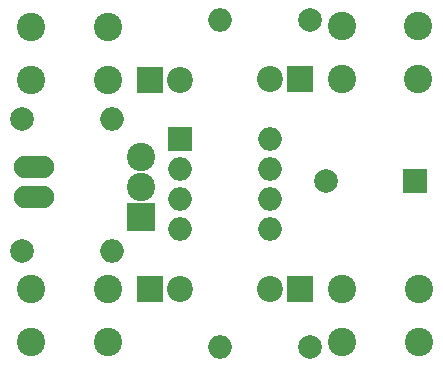
<source format=gbr>
G04 #@! TF.FileFunction,Soldermask,Bot*
%FSLAX46Y46*%
G04 Gerber Fmt 4.6, Leading zero omitted, Abs format (unit mm)*
G04 Created by KiCad (PCBNEW 4.0.7) date 02/01/18 03:58:40*
%MOMM*%
%LPD*%
G01*
G04 APERTURE LIST*
%ADD10C,0.100000*%
%ADD11R,2.000000X2.000000*%
%ADD12O,2.000000X2.000000*%
%ADD13O,3.410000X1.910000*%
%ADD14R,2.200000X2.200000*%
%ADD15C,2.200000*%
%ADD16C,2.000000*%
%ADD17C,2.400000*%
%ADD18R,2.400000X2.400000*%
G04 APERTURE END LIST*
D10*
D11*
X147701000Y-94996000D03*
D12*
X155321000Y-102616000D03*
X147701000Y-97536000D03*
X155321000Y-100076000D03*
X147701000Y-100076000D03*
X155321000Y-97536000D03*
X147701000Y-102616000D03*
X155321000Y-94996000D03*
D13*
X135382000Y-99949000D03*
X135382000Y-97409000D03*
D14*
X145161000Y-90043000D03*
D15*
X147701000Y-90043000D03*
D14*
X157861000Y-89916000D03*
D15*
X155321000Y-89916000D03*
D14*
X157861000Y-107696000D03*
D15*
X155321000Y-107696000D03*
D14*
X145161000Y-107696000D03*
D15*
X147701000Y-107696000D03*
D11*
X167640000Y-98552000D03*
D16*
X160040000Y-98552000D03*
X134366000Y-93345000D03*
D12*
X141986000Y-93345000D03*
D16*
X158750000Y-84963000D03*
D12*
X151130000Y-84963000D03*
D16*
X158750000Y-112649000D03*
D12*
X151130000Y-112649000D03*
D16*
X134366000Y-104521000D03*
D12*
X141986000Y-104521000D03*
D17*
X167894000Y-85416000D03*
X167894000Y-89916000D03*
X161394000Y-85416000D03*
X161394000Y-89916000D03*
X161417000Y-112196000D03*
X161417000Y-107696000D03*
X167917000Y-112196000D03*
X167917000Y-107696000D03*
X135128000Y-112196000D03*
X135128000Y-107696000D03*
X141628000Y-112196000D03*
X141628000Y-107696000D03*
X141605000Y-85543000D03*
X141605000Y-90043000D03*
X135105000Y-85543000D03*
X135105000Y-90043000D03*
D18*
X144399000Y-101600000D03*
D17*
X144399000Y-99060000D03*
X144399000Y-96560000D03*
M02*

</source>
